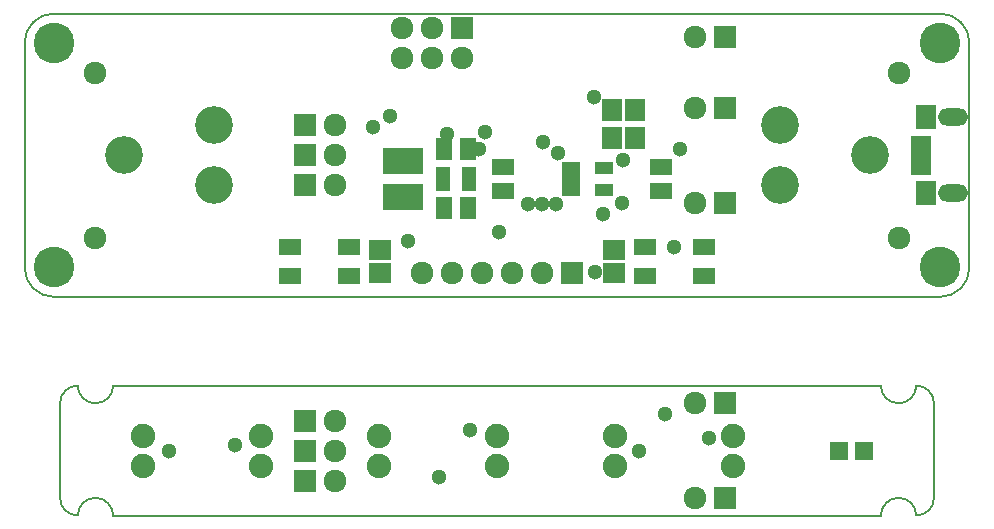
<source format=gts>
G04 #@! TF.GenerationSoftware,KiCad,Pcbnew,5.0.0-84427f4~65~ubuntu16.04.1*
G04 #@! TF.CreationDate,2018-07-15T21:07:02+05:30*
G04 #@! TF.ProjectId,bebl_v2,6265626C5F76322E6B696361645F7063,rev?*
G04 #@! TF.SameCoordinates,Original*
G04 #@! TF.FileFunction,Soldermask,Top*
G04 #@! TF.FilePolarity,Negative*
%FSLAX46Y46*%
G04 Gerber Fmt 4.6, Leading zero omitted, Abs format (unit mm)*
G04 Created by KiCad (PCBNEW 5.0.0-84427f4~65~ubuntu16.04.1) date Sun Jul 15 21:07:02 2018*
%MOMM*%
%LPD*%
G01*
G04 APERTURE LIST*
%ADD10C,0.150000*%
%ADD11R,1.924000X1.924000*%
%ADD12C,1.924000*%
%ADD13R,1.466800X1.822400*%
%ADD14R,1.822400X1.466800*%
%ADD15C,2.076400*%
%ADD16R,1.600000X1.600000*%
%ADD17R,3.400000X2.200000*%
%ADD18R,1.898600X1.700480*%
%ADD19R,1.700480X1.898600*%
%ADD20C,3.448000*%
%ADD21R,1.900000X1.400000*%
%ADD22R,1.300000X0.800000*%
%ADD23R,1.550000X1.000000*%
%ADD24C,3.200000*%
%ADD25R,1.750000X0.800000*%
%ADD26R,1.800000X2.000000*%
%ADD27O,2.550000X1.450000*%
%ADD28C,1.300000*%
G04 APERTURE END LIST*
D10*
X73500000Y-69500000D02*
X74500000Y-69500000D01*
X73500000Y-62000000D02*
X74500000Y-62000000D01*
X74500000Y-69500000D02*
X106500000Y-69500000D01*
X73500000Y-69500000D02*
X41500000Y-69500000D01*
X111000000Y-79000000D02*
X111000000Y-71000000D01*
X41500000Y-80500000D02*
X106500000Y-80500000D01*
X37000000Y-71000000D02*
X37000000Y-79000000D01*
X109500000Y-80500000D02*
G75*
G03X111000000Y-79000000I0J1500000D01*
G01*
X111000000Y-71000000D02*
G75*
G03X109500000Y-69500000I-1500000J0D01*
G01*
X37000000Y-79000000D02*
G75*
G03X38500000Y-80500000I1500000J0D01*
G01*
X38500000Y-69500000D02*
G75*
G03X37000000Y-71000000I0J-1500000D01*
G01*
X109500000Y-80500000D02*
G75*
G03X108000000Y-79000000I-1500000J0D01*
G01*
X108000000Y-79000000D02*
G75*
G03X106500000Y-80500000I0J-1500000D01*
G01*
X108000000Y-71000000D02*
G75*
G03X109500000Y-69500000I0J1500000D01*
G01*
X106500000Y-69500000D02*
G75*
G03X108000000Y-71000000I1500000J0D01*
G01*
X41500000Y-80500000D02*
G75*
G03X40000000Y-79000000I-1500000J0D01*
G01*
X40000000Y-79000000D02*
G75*
G03X38500000Y-80500000I0J-1500000D01*
G01*
X38500000Y-69500000D02*
G75*
G03X40000000Y-71000000I1500000J0D01*
G01*
X40000000Y-71000000D02*
G75*
G03X41500000Y-69500000I0J1500000D01*
G01*
X111500000Y-38000000D02*
X36500000Y-38000000D01*
X114000000Y-59500000D02*
X114000000Y-40500000D01*
X74500000Y-62000000D02*
X111500000Y-62000000D01*
X36500000Y-62000000D02*
X73500000Y-62000000D01*
X34000000Y-40500000D02*
X34000000Y-59500000D01*
X36500000Y-38000000D02*
G75*
G03X34000000Y-40500000I0J-2500000D01*
G01*
X34000000Y-59500000D02*
G75*
G03X36500000Y-62000000I2500000J0D01*
G01*
X111500000Y-62000000D02*
G75*
G03X114000000Y-59500000I0J2500000D01*
G01*
X114000000Y-40500000D02*
G75*
G03X111500000Y-38000000I-2500000J0D01*
G01*
D11*
G04 #@! TO.C,P10*
X93270000Y-79000000D03*
D12*
X90730000Y-79000000D03*
G04 #@! TD*
D11*
G04 #@! TO.C,P8*
X93270000Y-54000000D03*
D12*
X90730000Y-54000000D03*
G04 #@! TD*
D11*
G04 #@! TO.C,P12*
X57730000Y-75000000D03*
D12*
X60270000Y-75000000D03*
G04 #@! TD*
D11*
G04 #@! TO.C,P14*
X93270000Y-71000000D03*
D12*
X90730000Y-71000000D03*
G04 #@! TD*
D11*
G04 #@! TO.C,P4*
X57730000Y-50000000D03*
D12*
X60270000Y-50000000D03*
G04 #@! TD*
D11*
G04 #@! TO.C,P3*
X57730000Y-52540000D03*
D12*
X60270000Y-52540000D03*
G04 #@! TD*
G04 #@! TO.C,SC8*
X108000000Y-57000000D03*
G04 #@! TD*
G04 #@! TO.C,SC7*
X108000000Y-43000000D03*
G04 #@! TD*
G04 #@! TO.C,SC6*
X40000000Y-43000000D03*
G04 #@! TD*
G04 #@! TO.C,SC5*
X40000000Y-57000000D03*
G04 #@! TD*
D13*
G04 #@! TO.C,C7*
X69484000Y-54500000D03*
X71516000Y-54500000D03*
G04 #@! TD*
D14*
G04 #@! TO.C,C5*
X87900000Y-53016000D03*
X87900000Y-50984000D03*
G04 #@! TD*
D13*
G04 #@! TO.C,C8*
X69484000Y-49500000D03*
X71516000Y-49500000D03*
G04 #@! TD*
D14*
G04 #@! TO.C,C6*
X74500000Y-53016000D03*
X74500000Y-50984000D03*
G04 #@! TD*
D15*
G04 #@! TO.C,D7*
X94000000Y-76270000D03*
X94000000Y-73730000D03*
G04 #@! TD*
G04 #@! TO.C,D6*
X84000000Y-76270000D03*
X84000000Y-73730000D03*
G04 #@! TD*
G04 #@! TO.C,D5*
X74000000Y-76270000D03*
X74000000Y-73730000D03*
G04 #@! TD*
G04 #@! TO.C,D4*
X64000000Y-76270000D03*
X64000000Y-73730000D03*
G04 #@! TD*
G04 #@! TO.C,D3*
X54000000Y-76270000D03*
X54000000Y-73730000D03*
G04 #@! TD*
G04 #@! TO.C,D2*
X44000000Y-76270000D03*
X44000000Y-73730000D03*
G04 #@! TD*
D16*
G04 #@! TO.C,D1*
X102950000Y-75000000D03*
X105050000Y-75000000D03*
G04 #@! TD*
D17*
G04 #@! TO.C,L1*
X66000000Y-53500000D03*
X66000000Y-50500000D03*
G04 #@! TD*
D11*
G04 #@! TO.C,P2*
X80350000Y-60000000D03*
D12*
X77810000Y-60000000D03*
X75270000Y-60000000D03*
X72730000Y-60000000D03*
X70190000Y-60000000D03*
X67650000Y-60000000D03*
G04 #@! TD*
D18*
G04 #@! TO.C,R4*
X64100000Y-58047500D03*
X64100000Y-59952500D03*
G04 #@! TD*
D19*
G04 #@! TO.C,R5*
X85652500Y-46200000D03*
X83747500Y-46200000D03*
G04 #@! TD*
G04 #@! TO.C,R6*
X85652500Y-48500000D03*
X83747500Y-48500000D03*
G04 #@! TD*
D20*
G04 #@! TO.C,SC1*
X36500000Y-59500000D03*
G04 #@! TD*
G04 #@! TO.C,SC2*
X111500000Y-40500000D03*
G04 #@! TD*
G04 #@! TO.C,SC3*
X111500000Y-59500000D03*
G04 #@! TD*
G04 #@! TO.C,SC4*
X36500000Y-40500000D03*
G04 #@! TD*
D21*
G04 #@! TO.C,SW1*
X91500000Y-57800000D03*
X91500000Y-60200000D03*
X86500000Y-57800000D03*
X86500000Y-60200000D03*
G04 #@! TD*
D22*
G04 #@! TO.C,U3*
X71600000Y-52650000D03*
X71600000Y-51350000D03*
X71600000Y-52000000D03*
X69400000Y-51350000D03*
X69400000Y-52000000D03*
X69400000Y-52650000D03*
G04 #@! TD*
D11*
G04 #@! TO.C,P1*
X71040000Y-39230000D03*
D12*
X71040000Y-41770000D03*
X68500000Y-39230000D03*
X68500000Y-41770000D03*
X65960000Y-39230000D03*
X65960000Y-41770000D03*
G04 #@! TD*
D11*
G04 #@! TO.C,P5*
X57730000Y-47460000D03*
D12*
X60270000Y-47460000D03*
G04 #@! TD*
D11*
G04 #@! TO.C,P6*
X93270000Y-46000000D03*
D12*
X90730000Y-46000000D03*
G04 #@! TD*
D11*
G04 #@! TO.C,P9*
X93270000Y-40000000D03*
D12*
X90730000Y-40000000D03*
G04 #@! TD*
D11*
G04 #@! TO.C,P13*
X57730000Y-72460000D03*
D12*
X60270000Y-72460000D03*
G04 #@! TD*
D11*
G04 #@! TO.C,P11*
X57730000Y-77540000D03*
D12*
X60270000Y-77540000D03*
G04 #@! TD*
D18*
G04 #@! TO.C,R1*
X83900000Y-58047500D03*
X83900000Y-59952500D03*
G04 #@! TD*
D21*
G04 #@! TO.C,SW2*
X61500000Y-57800000D03*
X61500000Y-60200000D03*
X56500000Y-57800000D03*
X56500000Y-60200000D03*
G04 #@! TD*
D23*
G04 #@! TO.C,U2*
X80300000Y-51050000D03*
X80300000Y-52950000D03*
X80300000Y-52000000D03*
X83100000Y-52950000D03*
X83100000Y-51050000D03*
G04 #@! TD*
D24*
G04 #@! TO.C,B9*
X50000000Y-52540000D03*
X50000000Y-47460000D03*
X42380000Y-50000000D03*
G04 #@! TD*
G04 #@! TO.C,B8*
X98000000Y-47460000D03*
X98000000Y-52540000D03*
X105620000Y-50000000D03*
G04 #@! TD*
D25*
G04 #@! TO.C,P7*
X109900000Y-50000000D03*
X109900000Y-49350000D03*
X109900000Y-48700000D03*
X109900000Y-50650000D03*
X109900000Y-51300000D03*
D26*
X110325000Y-53200000D03*
X110325000Y-46800000D03*
D27*
X112575000Y-53225000D03*
X112575000Y-46775000D03*
G04 #@! TD*
D28*
X83000000Y-55000000D03*
X72500000Y-49500000D03*
X89000000Y-57800000D03*
X84700000Y-50400000D03*
X79200000Y-49800000D03*
X66500000Y-57300000D03*
X69800000Y-48200000D03*
X84600000Y-54000000D03*
X79000000Y-54100000D03*
X82300000Y-59900000D03*
X73000000Y-48000000D03*
X64900000Y-46700000D03*
X63500000Y-47600000D03*
X77800000Y-54100000D03*
X76600000Y-54100000D03*
X82200000Y-45100000D03*
X77900000Y-48900000D03*
X74200000Y-56500000D03*
X69088000Y-77216000D03*
X89500000Y-49500000D03*
X51800000Y-74500000D03*
X46200000Y-75000000D03*
X71750000Y-73250000D03*
X91948000Y-73914000D03*
X88200000Y-71900000D03*
X86000000Y-75000000D03*
M02*

</source>
